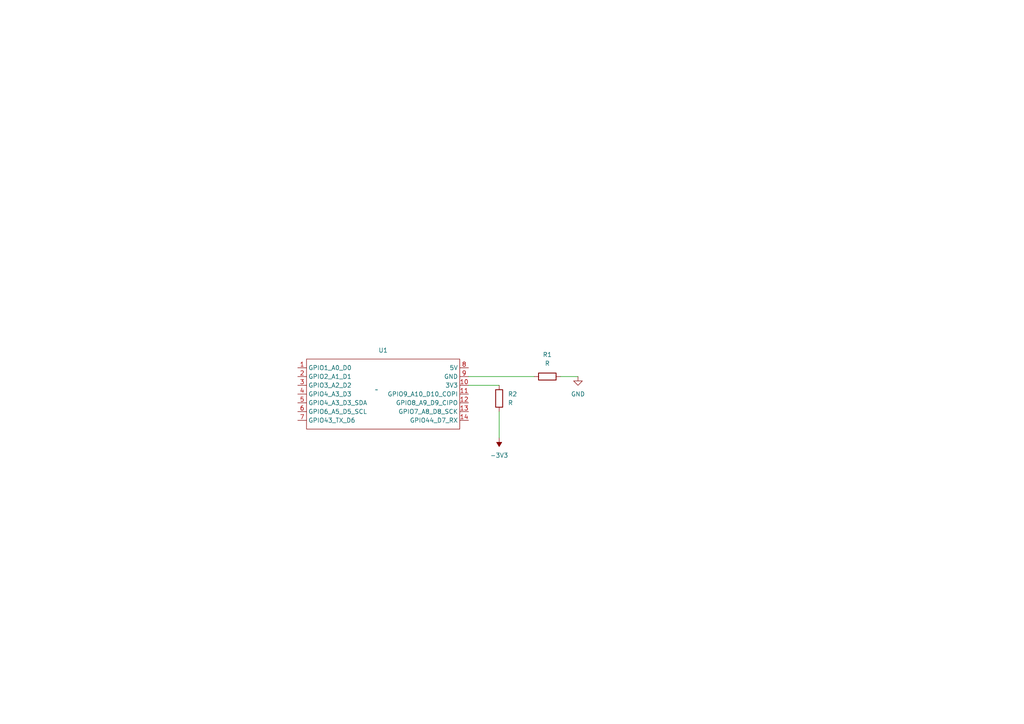
<source format=kicad_sch>
(kicad_sch (version 20230121) (generator eeschema)
  (paper "A4")
  (lib_symbols
    (symbol "514_KiCAD_DEMO:XIAO_ESP32_SENSE"
      (property "Reference" "U" (at 0 0 0))
      (symbol "XIAO_ESP32_SENSE_0_1"
        (polyline (pts (xy -20.32 8.89) (xy -20.32 -11.43) (xy 24.13 -11.43) (xy 24.13 8.89) (xy -20.32 8.89)))
      )
      (symbol "XIAO_ESP32_SENSE_1_1"
        (pin bidirectional line (at -22.86 6.35 0) (length 2.54) (name "GPIO1_A0_D0") (number "1"))
        (pin bidirectional line (at 26.67 1.27 180) (length 2.54) (name "3V3") (number "10"))
        (pin bidirectional line (at 26.67 -1.27 180) (length 2.54) (name "GPIO9_A10_D10_COPI") (number "11"))
        (pin bidirectional line (at 26.67 -3.81 180) (length 2.54) (name "GPIO8_A9_D9_CIPO") (number "12"))
        (pin bidirectional line (at 26.67 -6.35 180) (length 2.54) (name "GPIO7_A8_D8_SCK") (number "13"))
        (pin bidirectional line (at 26.67 -8.89 180) (length 2.54) (name "GPIO44_D7_RX") (number "14"))
        (pin bidirectional line (at -22.86 3.81 0) (length 2.54) (name "GPIO2_A1_D1") (number "2"))
        (pin bidirectional line (at -22.86 1.27 0) (length 2.54) (name "GPIO3_A2_D2") (number "3"))
        (pin bidirectional line (at -22.86 -1.27 0) (length 2.54) (name "GPIO4_A3_D3") (number "4"))
        (pin bidirectional line (at -22.86 -3.81 0) (length 2.54) (name "GPIO4_A3_D3_SDA") (number "5"))
        (pin bidirectional line (at -22.86 -6.35 0) (length 2.54) (name "GPIO6_A5_D5_SCL") (number "6"))
        (pin bidirectional line (at -22.86 -8.89 0) (length 2.54) (name "GPIO43_TX_D6") (number "7"))
        (pin bidirectional line (at 26.67 6.35 180) (length 2.54) (name "5V") (number "8"))
        (pin bidirectional line (at 26.67 3.81 180) (length 2.54) (name "GND") (number "9"))
      )
    )
    (symbol "Device:R" (pin_numbers hide) (pin_names (offset 0))
      (property "Reference" "R" (at 2.032 0 90))
      (property "Value" "R" (at 0 0 90))
      (symbol "R_0_1"
        (rectangle (start -1.016 -2.54) (end 1.016 2.54) (stroke (width 0.254)))
      )
      (symbol "R_1_1"
        (pin passive line (at 0 3.81 270) (length 1.27) (name "~") (number "1"))
        (pin passive line (at 0 -3.81 90) (length 1.27) (name "~") (number "2"))
      )
    )
    (symbol "power:-3V3" (power) (pin_names (offset 0))
      (property "Value" "-3V3" (at 0 3.81 0))
      (symbol "-3V3_0_0"
        (pin power_in line (at 0 0 90) (length 0) hide (name "-3V3") (number "1"))
      )
      (symbol "-3V3_0_1"
        (polyline (pts (xy 0 0) (xy 0 1.27) (xy 0.762 1.27) (xy 0 2.54) (xy -0.762 1.27) (xy 0 1.27)) (fill (type outline)))
      )
    )
    (symbol "power:GND" (power) (pin_names (offset 0))
      (property "Value" "GND" (at 0 -3.81 0))
      (symbol "GND_0_1"
        (polyline (pts (xy 0 0) (xy 0 -1.27) (xy 1.27 -1.27) (xy 0 -2.54) (xy -1.27 -1.27) (xy 0 -1.27)))
      )
      (symbol "GND_1_1"
        (pin power_in line (at 0 0 270) (length 0) hide (name "GND") (number "1"))
      )
    )
  )
  (wire (pts (xy 144.78 119.38) (xy 144.78 127)))
  (wire (pts (xy 162.56 109.22) (xy 167.64 109.22)))
  (wire (pts (xy 135.89 111.76) (xy 144.78 111.76)))
  (wire (pts (xy 135.89 109.22) (xy 154.94 109.22)))
  (symbol (lib_id "Device:R") (at 144.78 115.57 0) (unit 1)
    (property "Reference" "R2" (at 147.32 114.3 0) (effects (justify left)))
    (property "Value" "R" (at 147.32 116.84 0) (effects (justify left)))
  )
  (symbol (lib_id "514_KiCAD_DEMO:XIAO_ESP32_SENSE") (at 109.22 113.03 0) (unit 1)
    (property "Reference" "U1" (at 111.125 101.6 0))
    (property "Value" "~" (at 109.22 113.03 0))
  )
  (symbol (lib_id "power:-3V3") (at 144.78 127 180) (unit 1)
    (property "Reference" "#PWR03" (effects hide))
    (property "Value" "-3V3" (at 144.78 132.08 0))
  )
  (symbol (lib_id "Device:R") (at 158.75 109.22 90) (unit 1)
    (property "Reference" "R1" (at 158.75 102.87 90))
    (property "Value" "R" (at 158.75 105.41 90))
  )
  (symbol (lib_id "power:GND") (at 167.64 109.22 0) (unit 1)
    (property "Reference" "#PWR02" (effects hide))
    (property "Value" "GND" (at 167.64 114.3 0))
  )
)
</source>
